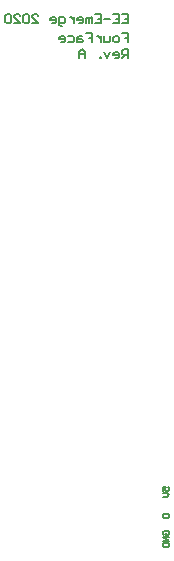
<source format=gbo>
G04*
G04 #@! TF.GenerationSoftware,Altium Limited,Altium Designer,19.1.7 (138)*
G04*
G04 Layer_Color=32896*
%FSLAX25Y25*%
%MOIN*%
G70*
G01*
G75*
%ADD14C,0.00500*%
%ADD57C,0.00700*%
D14*
X188834Y23167D02*
X188501Y23500D01*
Y24167D01*
X188834Y24500D01*
X190167D01*
X190500Y24167D01*
Y23500D01*
X190167Y23167D01*
X189500D01*
Y23833D01*
X190500Y22501D02*
X188501D01*
X190500Y21168D01*
X188501D01*
Y20501D02*
X190500D01*
Y19502D01*
X190167Y19168D01*
X188834D01*
X188501Y19502D01*
Y20501D01*
Y30000D02*
X190500D01*
Y29000D01*
X190167Y28667D01*
X188834D01*
X188501Y29000D01*
Y30000D01*
Y37667D02*
Y39000D01*
X189500D01*
X189167Y38334D01*
Y38000D01*
X189500Y37667D01*
X190167D01*
X190500Y38000D01*
Y38667D01*
X190167Y39000D01*
X188501Y37001D02*
X189833D01*
X190500Y36334D01*
X189833Y35668D01*
X188501D01*
D57*
X174801Y196686D02*
X176800D01*
Y193686D01*
X174801D01*
X176800Y195186D02*
X175800D01*
X171802Y196686D02*
X173801D01*
Y193686D01*
X171802D01*
X173801Y195186D02*
X172801D01*
X170802D02*
X168803D01*
X165804Y196686D02*
X167803D01*
Y193686D01*
X165804D01*
X167803Y195186D02*
X166803D01*
X164804Y193686D02*
Y195686D01*
X164304D01*
X163804Y195186D01*
Y193686D01*
Y195186D01*
X163304Y195686D01*
X162804Y195186D01*
Y193686D01*
X160305D02*
X161305D01*
X161805Y194186D01*
Y195186D01*
X161305Y195686D01*
X160305D01*
X159806Y195186D01*
Y194686D01*
X161805D01*
X158806Y195686D02*
Y193686D01*
Y194686D01*
X158306Y195186D01*
X157806Y195686D01*
X157306D01*
X154807Y192687D02*
X154307D01*
X153807Y193187D01*
Y195686D01*
X155307D01*
X155807Y195186D01*
Y194186D01*
X155307Y193686D01*
X153807D01*
X151308D02*
X152308D01*
X152808Y194186D01*
Y195186D01*
X152308Y195686D01*
X151308D01*
X150808Y195186D01*
Y194686D01*
X152808D01*
X144810Y193686D02*
X146810D01*
X144810Y195686D01*
Y196186D01*
X145310Y196686D01*
X146310D01*
X146810Y196186D01*
X143811D02*
X143311Y196686D01*
X142311D01*
X141811Y196186D01*
Y194186D01*
X142311Y193686D01*
X143311D01*
X143811Y194186D01*
Y196186D01*
X138812Y193686D02*
X140812D01*
X138812Y195686D01*
Y196186D01*
X139312Y196686D01*
X140312D01*
X140812Y196186D01*
X137813D02*
X137313Y196686D01*
X136313D01*
X135813Y196186D01*
Y194186D01*
X136313Y193686D01*
X137313D01*
X137813Y194186D01*
Y196186D01*
X174801Y190407D02*
X176800D01*
Y188908D01*
X175800D01*
X176800D01*
Y187408D01*
X173301D02*
X172301D01*
X171802Y187908D01*
Y188908D01*
X172301Y189407D01*
X173301D01*
X173801Y188908D01*
Y187908D01*
X173301Y187408D01*
X170802Y189407D02*
Y187908D01*
X170302Y187408D01*
X168803D01*
Y189407D01*
X167803D02*
Y187408D01*
Y188408D01*
X167303Y188908D01*
X166803Y189407D01*
X166303D01*
X162804Y190407D02*
X164804D01*
Y188908D01*
X163804D01*
X164804D01*
Y187408D01*
X161305Y189407D02*
X160305D01*
X159806Y188908D01*
Y187408D01*
X161305D01*
X161805Y187908D01*
X161305Y188408D01*
X159806D01*
X156807Y189407D02*
X158306D01*
X158806Y188908D01*
Y187908D01*
X158306Y187408D01*
X156807D01*
X154307D02*
X155307D01*
X155807Y187908D01*
Y188908D01*
X155307Y189407D01*
X154307D01*
X153807Y188908D01*
Y188408D01*
X155807D01*
X176800Y182129D02*
Y185128D01*
X175301D01*
X174801Y184628D01*
Y183629D01*
X175301Y183129D01*
X176800D01*
X175800D02*
X174801Y182129D01*
X172301D02*
X173301D01*
X173801Y182629D01*
Y183629D01*
X173301Y184128D01*
X172301D01*
X171802Y183629D01*
Y183129D01*
X173801D01*
X170802Y184128D02*
X169802Y182129D01*
X168803Y184128D01*
X167803Y182129D02*
Y182629D01*
X167303D01*
Y182129D01*
X167803D01*
X162305D02*
Y184128D01*
X161305Y185128D01*
X160305Y184128D01*
Y182129D01*
Y183629D01*
X162305D01*
M02*

</source>
